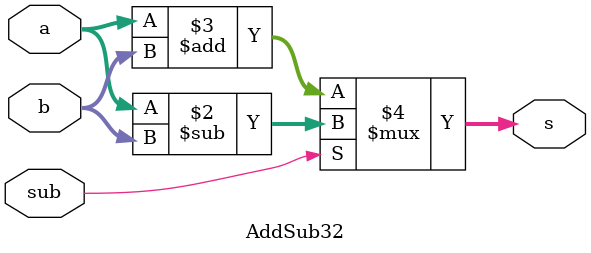
<source format=v>
`timescale 1ns / 1ps


module AddSub32(
input wire [31:0]a,b,
input wire sub,
output wire [31:0]s
    );
    assign s = (sub == 1'b1) ? a-b : a+b;
endmodule

</source>
